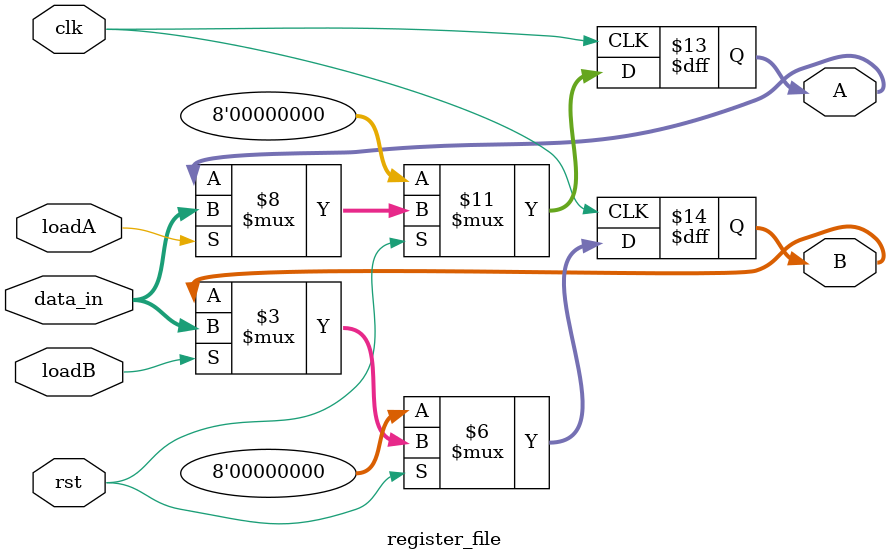
<source format=v>
module register_file # (
    parameter WIDTH = 8
) (
    
    input clk,
    input rst,
    input loadA,
    input loadB,
    input [WIDTH-1:0] data_in,
    output reg [WIDTH-1:0] A,
    output reg [WIDTH-1:0] B
);

always @(posedge clk) begin
    
    if(!rst) begin
        A <= {WIDTH{1'b0}};
        B <= {WIDTH{1'b0}};
    end else begin
        if(loadA) A <= data_in;
        if(loadB) B <= data_in;
    end
end

endmodule
</source>
